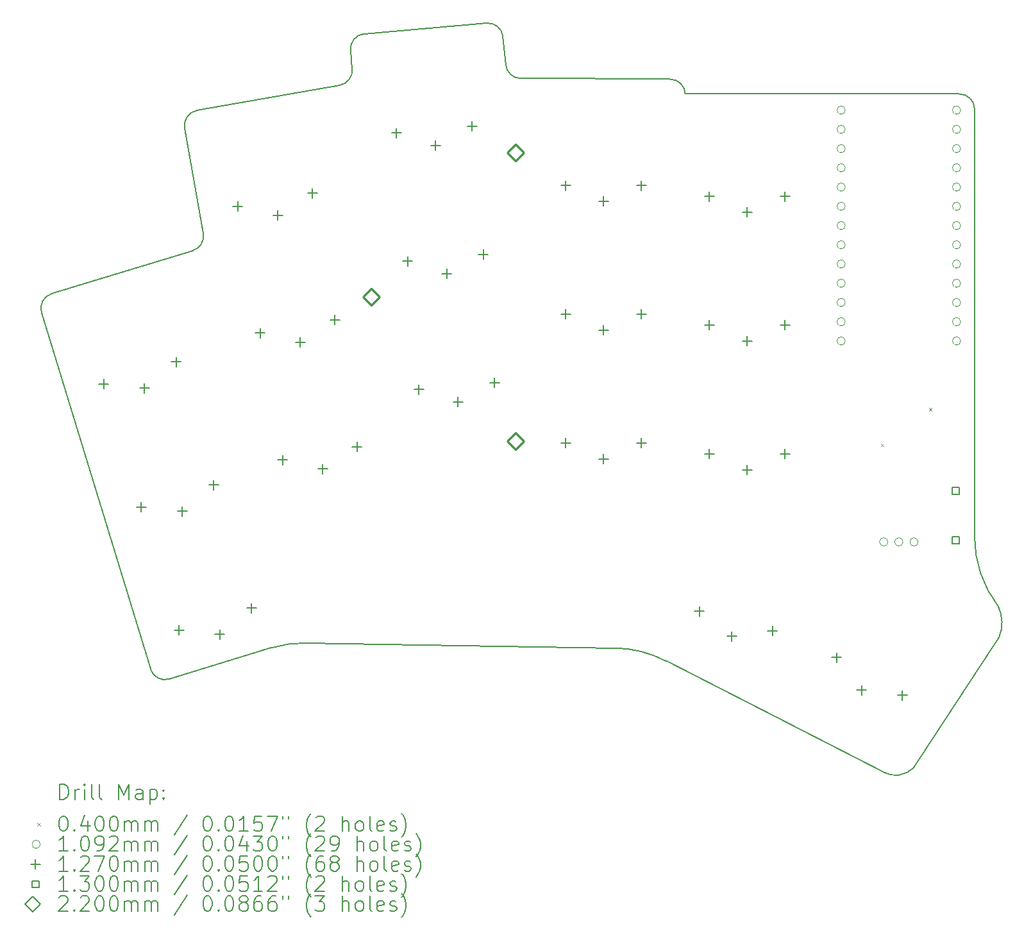
<source format=gbr>
%FSLAX45Y45*%
G04 Gerber Fmt 4.5, Leading zero omitted, Abs format (unit mm)*
G04 Created by KiCad (PCBNEW (6.0.4-0)) date 2022-04-27 13:57:21*
%MOMM*%
%LPD*%
G01*
G04 APERTURE LIST*
%TA.AperFunction,Profile*%
%ADD10C,0.150000*%
%TD*%
%ADD11C,0.200000*%
%ADD12C,0.040000*%
%ADD13C,0.109220*%
%ADD14C,0.127000*%
%ADD15C,0.130000*%
%ADD16C,0.220000*%
G04 APERTURE END LIST*
D10*
X10251727Y11883106D02*
G75*
G03*
X10450959Y11700537I199233J17424D01*
G01*
X8058800Y11611548D02*
G75*
G03*
X8223309Y11825945I-34731J196962D01*
G01*
X16763999Y4318001D02*
G75*
G03*
X16752859Y4733046I-472509J194990D01*
G01*
X16441111Y5648503D02*
G75*
G03*
X16752859Y4733046I1499999J-3D01*
G01*
X6012082Y11047576D02*
X6257677Y9654738D01*
X11692239Y4180264D02*
X7614896Y4246738D01*
X8383412Y12290698D02*
X9997248Y12431891D01*
X5559296Y3903629D02*
G75*
G03*
X5809038Y3770844I191264J58481D01*
G01*
X5809038Y3770844D02*
X7151887Y4181395D01*
X12620653Y11496648D02*
X14451046Y11496648D01*
X16241109Y11496648D02*
X14451046Y11496648D01*
X10450959Y11700537D02*
X12420716Y11691648D01*
X7614896Y4246737D02*
G75*
G03*
X7151887Y4181395I-24457J-1499797D01*
G01*
X4120834Y8608651D02*
X5559303Y3903631D01*
X10213921Y12250083D02*
G75*
G03*
X9997248Y12431891I-199241J-17433D01*
G01*
X6174314Y11279267D02*
G75*
G03*
X6012083Y11047576I34730J-196961D01*
G01*
X15635421Y2598579D02*
X16764000Y4318000D01*
X12374670Y4003461D02*
G75*
G03*
X11692239Y4180264I-706880J-1323001D01*
G01*
X15240000Y2540000D02*
X12374669Y4003459D01*
X12620656Y11496648D02*
G75*
G03*
X12420716Y11691648I-199936J-4998D01*
G01*
X15239997Y2539995D02*
G75*
G03*
X15635421Y2598579I158233J295765D01*
G01*
X4253621Y8858386D02*
G75*
G03*
X4120834Y8608650I58475J-191261D01*
G01*
X10213918Y12250083D02*
X10251720Y11883106D01*
X6174314Y11279267D02*
X8058800Y11611553D01*
X6119189Y9428752D02*
G75*
G03*
X6257677Y9654738I-58469J191258D01*
G01*
X8383413Y12290696D02*
G75*
G03*
X8201605Y12074028I17427J-199236D01*
G01*
X4253621Y8858386D02*
X6119190Y9428748D01*
X8223309Y11825945D02*
X8201605Y12074028D01*
X16441108Y11296648D02*
G75*
G03*
X16241109Y11496648I-199998J2D01*
G01*
X16441109Y5648503D02*
X16441109Y11296648D01*
D11*
D12*
X15202220Y6880540D02*
X15242220Y6840540D01*
X15242220Y6880540D02*
X15202220Y6840540D01*
X15837220Y7350440D02*
X15877220Y7310440D01*
X15877220Y7350440D02*
X15837220Y7310440D01*
D13*
X14733719Y11282648D02*
G75*
G03*
X14733719Y11282648I-54610J0D01*
G01*
X14733719Y11028648D02*
G75*
G03*
X14733719Y11028648I-54610J0D01*
G01*
X14733719Y10774648D02*
G75*
G03*
X14733719Y10774648I-54610J0D01*
G01*
X14733719Y10520648D02*
G75*
G03*
X14733719Y10520648I-54610J0D01*
G01*
X14733719Y10266648D02*
G75*
G03*
X14733719Y10266648I-54610J0D01*
G01*
X14733719Y10012648D02*
G75*
G03*
X14733719Y10012648I-54610J0D01*
G01*
X14733719Y9758648D02*
G75*
G03*
X14733719Y9758648I-54610J0D01*
G01*
X14733719Y9504648D02*
G75*
G03*
X14733719Y9504648I-54610J0D01*
G01*
X14733719Y9250648D02*
G75*
G03*
X14733719Y9250648I-54610J0D01*
G01*
X14733719Y8996648D02*
G75*
G03*
X14733719Y8996648I-54610J0D01*
G01*
X14733719Y8742648D02*
G75*
G03*
X14733719Y8742648I-54610J0D01*
G01*
X14733719Y8488648D02*
G75*
G03*
X14733719Y8488648I-54610J0D01*
G01*
X14733719Y8234648D02*
G75*
G03*
X14733719Y8234648I-54610J0D01*
G01*
X15295719Y5581648D02*
G75*
G03*
X15295719Y5581648I-54610J0D01*
G01*
X15495719Y5581648D02*
G75*
G03*
X15495719Y5581648I-54610J0D01*
G01*
X15695719Y5581648D02*
G75*
G03*
X15695719Y5581648I-54610J0D01*
G01*
X16257719Y11282648D02*
G75*
G03*
X16257719Y11282648I-54610J0D01*
G01*
X16257719Y11028648D02*
G75*
G03*
X16257719Y11028648I-54610J0D01*
G01*
X16257719Y10774648D02*
G75*
G03*
X16257719Y10774648I-54610J0D01*
G01*
X16257719Y10520648D02*
G75*
G03*
X16257719Y10520648I-54610J0D01*
G01*
X16257719Y10266648D02*
G75*
G03*
X16257719Y10266648I-54610J0D01*
G01*
X16257719Y10012648D02*
G75*
G03*
X16257719Y10012648I-54610J0D01*
G01*
X16257719Y9758648D02*
G75*
G03*
X16257719Y9758648I-54610J0D01*
G01*
X16257719Y9504648D02*
G75*
G03*
X16257719Y9504648I-54610J0D01*
G01*
X16257719Y9250648D02*
G75*
G03*
X16257719Y9250648I-54610J0D01*
G01*
X16257719Y8996648D02*
G75*
G03*
X16257719Y8996648I-54610J0D01*
G01*
X16257719Y8742648D02*
G75*
G03*
X16257719Y8742648I-54610J0D01*
G01*
X16257719Y8488648D02*
G75*
G03*
X16257719Y8488648I-54610J0D01*
G01*
X16257719Y8234648D02*
G75*
G03*
X16257719Y8234648I-54610J0D01*
G01*
D14*
X4941853Y7731073D02*
X4941853Y7604073D01*
X4878353Y7667573D02*
X5005353Y7667573D01*
X5438885Y6105354D02*
X5438885Y5978354D01*
X5375385Y6041854D02*
X5502385Y6041854D01*
X5481404Y7676434D02*
X5481404Y7549434D01*
X5417904Y7612934D02*
X5544904Y7612934D01*
X5481404Y7676434D02*
X5481404Y7549434D01*
X5417904Y7612934D02*
X5544904Y7612934D01*
X5898158Y8023444D02*
X5898158Y7896444D01*
X5834658Y7959944D02*
X5961658Y7959944D01*
X5935917Y4479636D02*
X5935917Y4352636D01*
X5872417Y4416136D02*
X5999417Y4416136D01*
X5978435Y6050716D02*
X5978435Y5923716D01*
X5914935Y5987216D02*
X6041935Y5987216D01*
X5978435Y6050716D02*
X5978435Y5923716D01*
X5914935Y5987216D02*
X6041935Y5987216D01*
X6395190Y6397726D02*
X6395190Y6270726D01*
X6331690Y6334226D02*
X6458690Y6334226D01*
X6475467Y4424998D02*
X6475467Y4297998D01*
X6411967Y4361498D02*
X6538967Y4361498D01*
X6475467Y4424998D02*
X6475467Y4297998D01*
X6411967Y4361498D02*
X6538967Y4361498D01*
X6712293Y10076956D02*
X6712293Y9949956D01*
X6648793Y10013456D02*
X6775793Y10013456D01*
X6892222Y4772008D02*
X6892222Y4645008D01*
X6828722Y4708508D02*
X6955722Y4708508D01*
X7007495Y8402783D02*
X7007495Y8275782D01*
X6943995Y8339282D02*
X7070995Y8339282D01*
X7241163Y9956970D02*
X7241163Y9829970D01*
X7177663Y9893470D02*
X7304663Y9893470D01*
X7241163Y9956970D02*
X7241163Y9829970D01*
X7177663Y9893470D02*
X7304663Y9893470D01*
X7302697Y6728609D02*
X7302697Y6601609D01*
X7239197Y6665109D02*
X7366197Y6665109D01*
X7536365Y8282797D02*
X7536365Y8155797D01*
X7472865Y8219297D02*
X7599865Y8219297D01*
X7536365Y8282797D02*
X7536365Y8155797D01*
X7472865Y8219297D02*
X7599865Y8219297D01*
X7697101Y10250604D02*
X7697101Y10123604D01*
X7633601Y10187104D02*
X7760601Y10187104D01*
X7831567Y6608624D02*
X7831567Y6481624D01*
X7768067Y6545124D02*
X7895067Y6545124D01*
X7831567Y6608624D02*
X7831567Y6481624D01*
X7768067Y6545124D02*
X7895067Y6545124D01*
X7992303Y8576431D02*
X7992303Y8449431D01*
X7928803Y8512931D02*
X8055803Y8512931D01*
X8287505Y6902257D02*
X8287505Y6775257D01*
X8224005Y6838757D02*
X8351005Y6838757D01*
X8809021Y11046316D02*
X8809021Y10919316D01*
X8745521Y10982816D02*
X8872521Y10982816D01*
X8957186Y9352785D02*
X8957186Y9225785D01*
X8893686Y9289285D02*
X9020686Y9289285D01*
X9105351Y7659254D02*
X9105351Y7532254D01*
X9041851Y7595754D02*
X9168851Y7595754D01*
X9325422Y10880693D02*
X9325422Y10753693D01*
X9261922Y10817193D02*
X9388922Y10817193D01*
X9325422Y10880693D02*
X9325422Y10753693D01*
X9261922Y10817193D02*
X9388922Y10817193D01*
X9473586Y9187162D02*
X9473586Y9060162D01*
X9410086Y9123662D02*
X9537086Y9123662D01*
X9473586Y9187162D02*
X9473586Y9060162D01*
X9410086Y9123662D02*
X9537086Y9123662D01*
X9621751Y7493631D02*
X9621751Y7366631D01*
X9558251Y7430131D02*
X9685251Y7430131D01*
X9621751Y7493631D02*
X9621751Y7366631D01*
X9558251Y7430131D02*
X9685251Y7430131D01*
X9805216Y11133472D02*
X9805216Y11006472D01*
X9741716Y11069972D02*
X9868716Y11069972D01*
X9953381Y9439941D02*
X9953381Y9312941D01*
X9889881Y9376441D02*
X10016881Y9376441D01*
X10101546Y7746410D02*
X10101546Y7619410D01*
X10038046Y7682910D02*
X10165046Y7682910D01*
X11041109Y10352102D02*
X11041109Y10225102D01*
X10977609Y10288602D02*
X11104609Y10288602D01*
X11041109Y8652102D02*
X11041109Y8525102D01*
X10977609Y8588602D02*
X11104609Y8588602D01*
X11041109Y6952102D02*
X11041109Y6825102D01*
X10977609Y6888602D02*
X11104609Y6888602D01*
X11541109Y10142102D02*
X11541109Y10015102D01*
X11477609Y10078602D02*
X11604609Y10078602D01*
X11541109Y10142102D02*
X11541109Y10015102D01*
X11477609Y10078602D02*
X11604609Y10078602D01*
X11541109Y8442102D02*
X11541109Y8315102D01*
X11477609Y8378602D02*
X11604609Y8378602D01*
X11541109Y8442102D02*
X11541109Y8315102D01*
X11477609Y8378602D02*
X11604609Y8378602D01*
X11541109Y6742102D02*
X11541109Y6615102D01*
X11477609Y6678602D02*
X11604609Y6678602D01*
X11541109Y6742102D02*
X11541109Y6615102D01*
X11477609Y6678602D02*
X11604609Y6678602D01*
X12041109Y10352102D02*
X12041109Y10225102D01*
X11977609Y10288602D02*
X12104609Y10288602D01*
X12041109Y8652102D02*
X12041109Y8525102D01*
X11977609Y8588602D02*
X12104609Y8588602D01*
X12041109Y6952102D02*
X12041109Y6825102D01*
X11977609Y6888602D02*
X12104609Y6888602D01*
X12807790Y4729732D02*
X12807790Y4602732D01*
X12744290Y4666232D02*
X12871290Y4666232D01*
X12937776Y10208129D02*
X12937776Y10081129D01*
X12874276Y10144629D02*
X13001276Y10144629D01*
X12937776Y8508129D02*
X12937776Y8381129D01*
X12874276Y8444629D02*
X13001276Y8444629D01*
X12937776Y6808129D02*
X12937776Y6681129D01*
X12874276Y6744629D02*
X13001276Y6744629D01*
X13236401Y4397478D02*
X13236401Y4270478D01*
X13172901Y4333978D02*
X13299901Y4333978D01*
X13236401Y4397478D02*
X13236401Y4270478D01*
X13172901Y4333978D02*
X13299901Y4333978D01*
X13437776Y9998129D02*
X13437776Y9871129D01*
X13374276Y9934629D02*
X13501276Y9934629D01*
X13437776Y9998129D02*
X13437776Y9871129D01*
X13374276Y9934629D02*
X13501276Y9934629D01*
X13437776Y8298129D02*
X13437776Y8171129D01*
X13374276Y8234629D02*
X13501276Y8234629D01*
X13437776Y8298129D02*
X13437776Y8171129D01*
X13374276Y8234629D02*
X13501276Y8234629D01*
X13437776Y6598129D02*
X13437776Y6471129D01*
X13374276Y6534629D02*
X13501276Y6534629D01*
X13437776Y6598129D02*
X13437776Y6471129D01*
X13374276Y6534629D02*
X13501276Y6534629D01*
X13773716Y4470913D02*
X13773716Y4343913D01*
X13710216Y4407413D02*
X13837216Y4407413D01*
X13937776Y10208129D02*
X13937776Y10081129D01*
X13874276Y10144629D02*
X14001276Y10144629D01*
X13937776Y8508129D02*
X13937776Y8381129D01*
X13874276Y8444629D02*
X14001276Y8444629D01*
X13937776Y6808129D02*
X13937776Y6681129D01*
X13874276Y6744629D02*
X14001276Y6744629D01*
X14619852Y4120432D02*
X14619852Y3993432D01*
X14556352Y4056932D02*
X14683352Y4056932D01*
X14947864Y3688566D02*
X14947864Y3561566D01*
X14884364Y3625066D02*
X15011364Y3625066D01*
X14947864Y3688566D02*
X14947864Y3561566D01*
X14884364Y3625066D02*
X15011364Y3625066D01*
X15485877Y3620432D02*
X15485877Y3493432D01*
X15422377Y3556932D02*
X15549377Y3556932D01*
D15*
X16237071Y6210686D02*
X16237071Y6302611D01*
X16145146Y6302611D01*
X16145146Y6210686D01*
X16237071Y6210686D01*
X16237071Y5560686D02*
X16237071Y5652611D01*
X16145146Y5652611D01*
X16145146Y5560686D01*
X16237071Y5560686D01*
D16*
X8474722Y8704143D02*
X8584722Y8814143D01*
X8474722Y8924143D01*
X8364722Y8814143D01*
X8474722Y8704143D01*
X10379722Y10609143D02*
X10489722Y10719143D01*
X10379722Y10829143D01*
X10269722Y10719143D01*
X10379722Y10609143D01*
X10379722Y6799143D02*
X10489722Y6909143D01*
X10379722Y7019143D01*
X10269722Y6909143D01*
X10379722Y6799143D01*
D11*
X4362214Y2182352D02*
X4362214Y2382352D01*
X4409833Y2382352D01*
X4438405Y2372828D01*
X4457452Y2353780D01*
X4466976Y2334733D01*
X4476500Y2296637D01*
X4476500Y2268066D01*
X4466976Y2229971D01*
X4457452Y2210923D01*
X4438405Y2191875D01*
X4409833Y2182352D01*
X4362214Y2182352D01*
X4562214Y2182352D02*
X4562214Y2315685D01*
X4562214Y2277590D02*
X4571738Y2296637D01*
X4581262Y2306161D01*
X4600309Y2315685D01*
X4619357Y2315685D01*
X4686024Y2182352D02*
X4686024Y2315685D01*
X4686024Y2382352D02*
X4676500Y2372828D01*
X4686024Y2363304D01*
X4695547Y2372828D01*
X4686024Y2382352D01*
X4686024Y2363304D01*
X4809833Y2182352D02*
X4790785Y2191875D01*
X4781262Y2210923D01*
X4781262Y2382352D01*
X4914595Y2182352D02*
X4895547Y2191875D01*
X4886024Y2210923D01*
X4886024Y2382352D01*
X5143166Y2182352D02*
X5143166Y2382352D01*
X5209833Y2239494D01*
X5276500Y2382352D01*
X5276500Y2182352D01*
X5457452Y2182352D02*
X5457452Y2287114D01*
X5447928Y2306161D01*
X5428881Y2315685D01*
X5390785Y2315685D01*
X5371738Y2306161D01*
X5457452Y2191875D02*
X5438405Y2182352D01*
X5390785Y2182352D01*
X5371738Y2191875D01*
X5362214Y2210923D01*
X5362214Y2229971D01*
X5371738Y2249018D01*
X5390785Y2258542D01*
X5438405Y2258542D01*
X5457452Y2268066D01*
X5552690Y2315685D02*
X5552690Y2115685D01*
X5552690Y2306161D02*
X5571738Y2315685D01*
X5609833Y2315685D01*
X5628881Y2306161D01*
X5638404Y2296637D01*
X5647928Y2277590D01*
X5647928Y2220447D01*
X5638404Y2201399D01*
X5628881Y2191875D01*
X5609833Y2182352D01*
X5571738Y2182352D01*
X5552690Y2191875D01*
X5733643Y2201399D02*
X5743166Y2191875D01*
X5733643Y2182352D01*
X5724119Y2191875D01*
X5733643Y2201399D01*
X5733643Y2182352D01*
X5733643Y2306161D02*
X5743166Y2296637D01*
X5733643Y2287114D01*
X5724119Y2296637D01*
X5733643Y2306161D01*
X5733643Y2287114D01*
D12*
X4064595Y1872828D02*
X4104595Y1832828D01*
X4104595Y1872828D02*
X4064595Y1832828D01*
D11*
X4400309Y1962352D02*
X4419357Y1962352D01*
X4438405Y1952828D01*
X4447928Y1943304D01*
X4457452Y1924256D01*
X4466976Y1886161D01*
X4466976Y1838542D01*
X4457452Y1800447D01*
X4447928Y1781399D01*
X4438405Y1771875D01*
X4419357Y1762352D01*
X4400309Y1762352D01*
X4381262Y1771875D01*
X4371738Y1781399D01*
X4362214Y1800447D01*
X4352690Y1838542D01*
X4352690Y1886161D01*
X4362214Y1924256D01*
X4371738Y1943304D01*
X4381262Y1952828D01*
X4400309Y1962352D01*
X4552690Y1781399D02*
X4562214Y1771875D01*
X4552690Y1762352D01*
X4543166Y1771875D01*
X4552690Y1781399D01*
X4552690Y1762352D01*
X4733643Y1895685D02*
X4733643Y1762352D01*
X4686024Y1971875D02*
X4638405Y1829018D01*
X4762214Y1829018D01*
X4876500Y1962352D02*
X4895547Y1962352D01*
X4914595Y1952828D01*
X4924119Y1943304D01*
X4933643Y1924256D01*
X4943166Y1886161D01*
X4943166Y1838542D01*
X4933643Y1800447D01*
X4924119Y1781399D01*
X4914595Y1771875D01*
X4895547Y1762352D01*
X4876500Y1762352D01*
X4857452Y1771875D01*
X4847928Y1781399D01*
X4838405Y1800447D01*
X4828881Y1838542D01*
X4828881Y1886161D01*
X4838405Y1924256D01*
X4847928Y1943304D01*
X4857452Y1952828D01*
X4876500Y1962352D01*
X5066976Y1962352D02*
X5086024Y1962352D01*
X5105071Y1952828D01*
X5114595Y1943304D01*
X5124119Y1924256D01*
X5133643Y1886161D01*
X5133643Y1838542D01*
X5124119Y1800447D01*
X5114595Y1781399D01*
X5105071Y1771875D01*
X5086024Y1762352D01*
X5066976Y1762352D01*
X5047928Y1771875D01*
X5038405Y1781399D01*
X5028881Y1800447D01*
X5019357Y1838542D01*
X5019357Y1886161D01*
X5028881Y1924256D01*
X5038405Y1943304D01*
X5047928Y1952828D01*
X5066976Y1962352D01*
X5219357Y1762352D02*
X5219357Y1895685D01*
X5219357Y1876637D02*
X5228881Y1886161D01*
X5247928Y1895685D01*
X5276500Y1895685D01*
X5295547Y1886161D01*
X5305071Y1867113D01*
X5305071Y1762352D01*
X5305071Y1867113D02*
X5314595Y1886161D01*
X5333643Y1895685D01*
X5362214Y1895685D01*
X5381262Y1886161D01*
X5390785Y1867113D01*
X5390785Y1762352D01*
X5486024Y1762352D02*
X5486024Y1895685D01*
X5486024Y1876637D02*
X5495547Y1886161D01*
X5514595Y1895685D01*
X5543166Y1895685D01*
X5562214Y1886161D01*
X5571738Y1867113D01*
X5571738Y1762352D01*
X5571738Y1867113D02*
X5581262Y1886161D01*
X5600309Y1895685D01*
X5628881Y1895685D01*
X5647928Y1886161D01*
X5657452Y1867113D01*
X5657452Y1762352D01*
X6047928Y1971875D02*
X5876500Y1714732D01*
X6305071Y1962352D02*
X6324119Y1962352D01*
X6343166Y1952828D01*
X6352690Y1943304D01*
X6362214Y1924256D01*
X6371738Y1886161D01*
X6371738Y1838542D01*
X6362214Y1800447D01*
X6352690Y1781399D01*
X6343166Y1771875D01*
X6324119Y1762352D01*
X6305071Y1762352D01*
X6286023Y1771875D01*
X6276500Y1781399D01*
X6266976Y1800447D01*
X6257452Y1838542D01*
X6257452Y1886161D01*
X6266976Y1924256D01*
X6276500Y1943304D01*
X6286023Y1952828D01*
X6305071Y1962352D01*
X6457452Y1781399D02*
X6466976Y1771875D01*
X6457452Y1762352D01*
X6447928Y1771875D01*
X6457452Y1781399D01*
X6457452Y1762352D01*
X6590785Y1962352D02*
X6609833Y1962352D01*
X6628881Y1952828D01*
X6638404Y1943304D01*
X6647928Y1924256D01*
X6657452Y1886161D01*
X6657452Y1838542D01*
X6647928Y1800447D01*
X6638404Y1781399D01*
X6628881Y1771875D01*
X6609833Y1762352D01*
X6590785Y1762352D01*
X6571738Y1771875D01*
X6562214Y1781399D01*
X6552690Y1800447D01*
X6543166Y1838542D01*
X6543166Y1886161D01*
X6552690Y1924256D01*
X6562214Y1943304D01*
X6571738Y1952828D01*
X6590785Y1962352D01*
X6847928Y1762352D02*
X6733643Y1762352D01*
X6790785Y1762352D02*
X6790785Y1962352D01*
X6771738Y1933780D01*
X6752690Y1914732D01*
X6733643Y1905209D01*
X7028881Y1962352D02*
X6933643Y1962352D01*
X6924119Y1867113D01*
X6933643Y1876637D01*
X6952690Y1886161D01*
X7000309Y1886161D01*
X7019357Y1876637D01*
X7028881Y1867113D01*
X7038404Y1848066D01*
X7038404Y1800447D01*
X7028881Y1781399D01*
X7019357Y1771875D01*
X7000309Y1762352D01*
X6952690Y1762352D01*
X6933643Y1771875D01*
X6924119Y1781399D01*
X7105071Y1962352D02*
X7238404Y1962352D01*
X7152690Y1762352D01*
X7305071Y1962352D02*
X7305071Y1924256D01*
X7381262Y1962352D02*
X7381262Y1924256D01*
X7676500Y1686161D02*
X7666976Y1695685D01*
X7647928Y1724256D01*
X7638404Y1743304D01*
X7628881Y1771875D01*
X7619357Y1819494D01*
X7619357Y1857590D01*
X7628881Y1905209D01*
X7638404Y1933780D01*
X7647928Y1952828D01*
X7666976Y1981399D01*
X7676500Y1990923D01*
X7743166Y1943304D02*
X7752690Y1952828D01*
X7771738Y1962352D01*
X7819357Y1962352D01*
X7838404Y1952828D01*
X7847928Y1943304D01*
X7857452Y1924256D01*
X7857452Y1905209D01*
X7847928Y1876637D01*
X7733643Y1762352D01*
X7857452Y1762352D01*
X8095547Y1762352D02*
X8095547Y1962352D01*
X8181262Y1762352D02*
X8181262Y1867113D01*
X8171738Y1886161D01*
X8152690Y1895685D01*
X8124119Y1895685D01*
X8105071Y1886161D01*
X8095547Y1876637D01*
X8305071Y1762352D02*
X8286023Y1771875D01*
X8276500Y1781399D01*
X8266976Y1800447D01*
X8266976Y1857590D01*
X8276500Y1876637D01*
X8286023Y1886161D01*
X8305071Y1895685D01*
X8333643Y1895685D01*
X8352690Y1886161D01*
X8362214Y1876637D01*
X8371738Y1857590D01*
X8371738Y1800447D01*
X8362214Y1781399D01*
X8352690Y1771875D01*
X8333643Y1762352D01*
X8305071Y1762352D01*
X8486024Y1762352D02*
X8466976Y1771875D01*
X8457452Y1790923D01*
X8457452Y1962352D01*
X8638405Y1771875D02*
X8619357Y1762352D01*
X8581262Y1762352D01*
X8562214Y1771875D01*
X8552690Y1790923D01*
X8552690Y1867113D01*
X8562214Y1886161D01*
X8581262Y1895685D01*
X8619357Y1895685D01*
X8638405Y1886161D01*
X8647928Y1867113D01*
X8647928Y1848066D01*
X8552690Y1829018D01*
X8724119Y1771875D02*
X8743166Y1762352D01*
X8781262Y1762352D01*
X8800309Y1771875D01*
X8809833Y1790923D01*
X8809833Y1800447D01*
X8800309Y1819494D01*
X8781262Y1829018D01*
X8752690Y1829018D01*
X8733643Y1838542D01*
X8724119Y1857590D01*
X8724119Y1867113D01*
X8733643Y1886161D01*
X8752690Y1895685D01*
X8781262Y1895685D01*
X8800309Y1886161D01*
X8876500Y1686161D02*
X8886024Y1695685D01*
X8905071Y1724256D01*
X8914595Y1743304D01*
X8924119Y1771875D01*
X8933643Y1819494D01*
X8933643Y1857590D01*
X8924119Y1905209D01*
X8914595Y1933780D01*
X8905071Y1952828D01*
X8886024Y1981399D01*
X8876500Y1990923D01*
D13*
X4104595Y1588828D02*
G75*
G03*
X4104595Y1588828I-54610J0D01*
G01*
D11*
X4466976Y1498352D02*
X4352690Y1498352D01*
X4409833Y1498352D02*
X4409833Y1698352D01*
X4390785Y1669780D01*
X4371738Y1650732D01*
X4352690Y1641209D01*
X4552690Y1517399D02*
X4562214Y1507875D01*
X4552690Y1498352D01*
X4543166Y1507875D01*
X4552690Y1517399D01*
X4552690Y1498352D01*
X4686024Y1698352D02*
X4705071Y1698352D01*
X4724119Y1688828D01*
X4733643Y1679304D01*
X4743166Y1660256D01*
X4752690Y1622161D01*
X4752690Y1574542D01*
X4743166Y1536447D01*
X4733643Y1517399D01*
X4724119Y1507875D01*
X4705071Y1498352D01*
X4686024Y1498352D01*
X4666976Y1507875D01*
X4657452Y1517399D01*
X4647928Y1536447D01*
X4638405Y1574542D01*
X4638405Y1622161D01*
X4647928Y1660256D01*
X4657452Y1679304D01*
X4666976Y1688828D01*
X4686024Y1698352D01*
X4847928Y1498352D02*
X4886024Y1498352D01*
X4905071Y1507875D01*
X4914595Y1517399D01*
X4933643Y1545971D01*
X4943166Y1584066D01*
X4943166Y1660256D01*
X4933643Y1679304D01*
X4924119Y1688828D01*
X4905071Y1698352D01*
X4866976Y1698352D01*
X4847928Y1688828D01*
X4838405Y1679304D01*
X4828881Y1660256D01*
X4828881Y1612637D01*
X4838405Y1593590D01*
X4847928Y1584066D01*
X4866976Y1574542D01*
X4905071Y1574542D01*
X4924119Y1584066D01*
X4933643Y1593590D01*
X4943166Y1612637D01*
X5019357Y1679304D02*
X5028881Y1688828D01*
X5047928Y1698352D01*
X5095547Y1698352D01*
X5114595Y1688828D01*
X5124119Y1679304D01*
X5133643Y1660256D01*
X5133643Y1641209D01*
X5124119Y1612637D01*
X5009833Y1498352D01*
X5133643Y1498352D01*
X5219357Y1498352D02*
X5219357Y1631685D01*
X5219357Y1612637D02*
X5228881Y1622161D01*
X5247928Y1631685D01*
X5276500Y1631685D01*
X5295547Y1622161D01*
X5305071Y1603113D01*
X5305071Y1498352D01*
X5305071Y1603113D02*
X5314595Y1622161D01*
X5333643Y1631685D01*
X5362214Y1631685D01*
X5381262Y1622161D01*
X5390785Y1603113D01*
X5390785Y1498352D01*
X5486024Y1498352D02*
X5486024Y1631685D01*
X5486024Y1612637D02*
X5495547Y1622161D01*
X5514595Y1631685D01*
X5543166Y1631685D01*
X5562214Y1622161D01*
X5571738Y1603113D01*
X5571738Y1498352D01*
X5571738Y1603113D02*
X5581262Y1622161D01*
X5600309Y1631685D01*
X5628881Y1631685D01*
X5647928Y1622161D01*
X5657452Y1603113D01*
X5657452Y1498352D01*
X6047928Y1707875D02*
X5876500Y1450732D01*
X6305071Y1698352D02*
X6324119Y1698352D01*
X6343166Y1688828D01*
X6352690Y1679304D01*
X6362214Y1660256D01*
X6371738Y1622161D01*
X6371738Y1574542D01*
X6362214Y1536447D01*
X6352690Y1517399D01*
X6343166Y1507875D01*
X6324119Y1498352D01*
X6305071Y1498352D01*
X6286023Y1507875D01*
X6276500Y1517399D01*
X6266976Y1536447D01*
X6257452Y1574542D01*
X6257452Y1622161D01*
X6266976Y1660256D01*
X6276500Y1679304D01*
X6286023Y1688828D01*
X6305071Y1698352D01*
X6457452Y1517399D02*
X6466976Y1507875D01*
X6457452Y1498352D01*
X6447928Y1507875D01*
X6457452Y1517399D01*
X6457452Y1498352D01*
X6590785Y1698352D02*
X6609833Y1698352D01*
X6628881Y1688828D01*
X6638404Y1679304D01*
X6647928Y1660256D01*
X6657452Y1622161D01*
X6657452Y1574542D01*
X6647928Y1536447D01*
X6638404Y1517399D01*
X6628881Y1507875D01*
X6609833Y1498352D01*
X6590785Y1498352D01*
X6571738Y1507875D01*
X6562214Y1517399D01*
X6552690Y1536447D01*
X6543166Y1574542D01*
X6543166Y1622161D01*
X6552690Y1660256D01*
X6562214Y1679304D01*
X6571738Y1688828D01*
X6590785Y1698352D01*
X6828881Y1631685D02*
X6828881Y1498352D01*
X6781262Y1707875D02*
X6733643Y1565018D01*
X6857452Y1565018D01*
X6914595Y1698352D02*
X7038404Y1698352D01*
X6971738Y1622161D01*
X7000309Y1622161D01*
X7019357Y1612637D01*
X7028881Y1603113D01*
X7038404Y1584066D01*
X7038404Y1536447D01*
X7028881Y1517399D01*
X7019357Y1507875D01*
X7000309Y1498352D01*
X6943166Y1498352D01*
X6924119Y1507875D01*
X6914595Y1517399D01*
X7162214Y1698352D02*
X7181262Y1698352D01*
X7200309Y1688828D01*
X7209833Y1679304D01*
X7219357Y1660256D01*
X7228881Y1622161D01*
X7228881Y1574542D01*
X7219357Y1536447D01*
X7209833Y1517399D01*
X7200309Y1507875D01*
X7181262Y1498352D01*
X7162214Y1498352D01*
X7143166Y1507875D01*
X7133643Y1517399D01*
X7124119Y1536447D01*
X7114595Y1574542D01*
X7114595Y1622161D01*
X7124119Y1660256D01*
X7133643Y1679304D01*
X7143166Y1688828D01*
X7162214Y1698352D01*
X7305071Y1698352D02*
X7305071Y1660256D01*
X7381262Y1698352D02*
X7381262Y1660256D01*
X7676500Y1422161D02*
X7666976Y1431685D01*
X7647928Y1460256D01*
X7638404Y1479304D01*
X7628881Y1507875D01*
X7619357Y1555494D01*
X7619357Y1593590D01*
X7628881Y1641209D01*
X7638404Y1669780D01*
X7647928Y1688828D01*
X7666976Y1717399D01*
X7676500Y1726923D01*
X7743166Y1679304D02*
X7752690Y1688828D01*
X7771738Y1698352D01*
X7819357Y1698352D01*
X7838404Y1688828D01*
X7847928Y1679304D01*
X7857452Y1660256D01*
X7857452Y1641209D01*
X7847928Y1612637D01*
X7733643Y1498352D01*
X7857452Y1498352D01*
X7952690Y1498352D02*
X7990785Y1498352D01*
X8009833Y1507875D01*
X8019357Y1517399D01*
X8038404Y1545971D01*
X8047928Y1584066D01*
X8047928Y1660256D01*
X8038404Y1679304D01*
X8028881Y1688828D01*
X8009833Y1698352D01*
X7971738Y1698352D01*
X7952690Y1688828D01*
X7943166Y1679304D01*
X7933643Y1660256D01*
X7933643Y1612637D01*
X7943166Y1593590D01*
X7952690Y1584066D01*
X7971738Y1574542D01*
X8009833Y1574542D01*
X8028881Y1584066D01*
X8038404Y1593590D01*
X8047928Y1612637D01*
X8286023Y1498352D02*
X8286023Y1698352D01*
X8371738Y1498352D02*
X8371738Y1603113D01*
X8362214Y1622161D01*
X8343166Y1631685D01*
X8314595Y1631685D01*
X8295547Y1622161D01*
X8286023Y1612637D01*
X8495547Y1498352D02*
X8476500Y1507875D01*
X8466976Y1517399D01*
X8457452Y1536447D01*
X8457452Y1593590D01*
X8466976Y1612637D01*
X8476500Y1622161D01*
X8495547Y1631685D01*
X8524119Y1631685D01*
X8543166Y1622161D01*
X8552690Y1612637D01*
X8562214Y1593590D01*
X8562214Y1536447D01*
X8552690Y1517399D01*
X8543166Y1507875D01*
X8524119Y1498352D01*
X8495547Y1498352D01*
X8676500Y1498352D02*
X8657452Y1507875D01*
X8647928Y1526923D01*
X8647928Y1698352D01*
X8828881Y1507875D02*
X8809833Y1498352D01*
X8771738Y1498352D01*
X8752690Y1507875D01*
X8743166Y1526923D01*
X8743166Y1603113D01*
X8752690Y1622161D01*
X8771738Y1631685D01*
X8809833Y1631685D01*
X8828881Y1622161D01*
X8838405Y1603113D01*
X8838405Y1584066D01*
X8743166Y1565018D01*
X8914595Y1507875D02*
X8933643Y1498352D01*
X8971738Y1498352D01*
X8990785Y1507875D01*
X9000309Y1526923D01*
X9000309Y1536447D01*
X8990785Y1555494D01*
X8971738Y1565018D01*
X8943166Y1565018D01*
X8924119Y1574542D01*
X8914595Y1593590D01*
X8914595Y1603113D01*
X8924119Y1622161D01*
X8943166Y1631685D01*
X8971738Y1631685D01*
X8990785Y1622161D01*
X9066976Y1422161D02*
X9076500Y1431685D01*
X9095547Y1460256D01*
X9105071Y1479304D01*
X9114595Y1507875D01*
X9124119Y1555494D01*
X9124119Y1593590D01*
X9114595Y1641209D01*
X9105071Y1669780D01*
X9095547Y1688828D01*
X9076500Y1717399D01*
X9066976Y1726923D01*
D14*
X4041095Y1388328D02*
X4041095Y1261328D01*
X3977595Y1324828D02*
X4104595Y1324828D01*
D11*
X4466976Y1234352D02*
X4352690Y1234352D01*
X4409833Y1234352D02*
X4409833Y1434352D01*
X4390785Y1405780D01*
X4371738Y1386733D01*
X4352690Y1377209D01*
X4552690Y1253399D02*
X4562214Y1243875D01*
X4552690Y1234352D01*
X4543166Y1243875D01*
X4552690Y1253399D01*
X4552690Y1234352D01*
X4638405Y1415304D02*
X4647928Y1424828D01*
X4666976Y1434352D01*
X4714595Y1434352D01*
X4733643Y1424828D01*
X4743166Y1415304D01*
X4752690Y1396256D01*
X4752690Y1377209D01*
X4743166Y1348637D01*
X4628881Y1234352D01*
X4752690Y1234352D01*
X4819357Y1434352D02*
X4952690Y1434352D01*
X4866976Y1234352D01*
X5066976Y1434352D02*
X5086024Y1434352D01*
X5105071Y1424828D01*
X5114595Y1415304D01*
X5124119Y1396256D01*
X5133643Y1358161D01*
X5133643Y1310542D01*
X5124119Y1272447D01*
X5114595Y1253399D01*
X5105071Y1243875D01*
X5086024Y1234352D01*
X5066976Y1234352D01*
X5047928Y1243875D01*
X5038405Y1253399D01*
X5028881Y1272447D01*
X5019357Y1310542D01*
X5019357Y1358161D01*
X5028881Y1396256D01*
X5038405Y1415304D01*
X5047928Y1424828D01*
X5066976Y1434352D01*
X5219357Y1234352D02*
X5219357Y1367685D01*
X5219357Y1348637D02*
X5228881Y1358161D01*
X5247928Y1367685D01*
X5276500Y1367685D01*
X5295547Y1358161D01*
X5305071Y1339114D01*
X5305071Y1234352D01*
X5305071Y1339114D02*
X5314595Y1358161D01*
X5333643Y1367685D01*
X5362214Y1367685D01*
X5381262Y1358161D01*
X5390785Y1339114D01*
X5390785Y1234352D01*
X5486024Y1234352D02*
X5486024Y1367685D01*
X5486024Y1348637D02*
X5495547Y1358161D01*
X5514595Y1367685D01*
X5543166Y1367685D01*
X5562214Y1358161D01*
X5571738Y1339114D01*
X5571738Y1234352D01*
X5571738Y1339114D02*
X5581262Y1358161D01*
X5600309Y1367685D01*
X5628881Y1367685D01*
X5647928Y1358161D01*
X5657452Y1339114D01*
X5657452Y1234352D01*
X6047928Y1443875D02*
X5876500Y1186733D01*
X6305071Y1434352D02*
X6324119Y1434352D01*
X6343166Y1424828D01*
X6352690Y1415304D01*
X6362214Y1396256D01*
X6371738Y1358161D01*
X6371738Y1310542D01*
X6362214Y1272447D01*
X6352690Y1253399D01*
X6343166Y1243875D01*
X6324119Y1234352D01*
X6305071Y1234352D01*
X6286023Y1243875D01*
X6276500Y1253399D01*
X6266976Y1272447D01*
X6257452Y1310542D01*
X6257452Y1358161D01*
X6266976Y1396256D01*
X6276500Y1415304D01*
X6286023Y1424828D01*
X6305071Y1434352D01*
X6457452Y1253399D02*
X6466976Y1243875D01*
X6457452Y1234352D01*
X6447928Y1243875D01*
X6457452Y1253399D01*
X6457452Y1234352D01*
X6590785Y1434352D02*
X6609833Y1434352D01*
X6628881Y1424828D01*
X6638404Y1415304D01*
X6647928Y1396256D01*
X6657452Y1358161D01*
X6657452Y1310542D01*
X6647928Y1272447D01*
X6638404Y1253399D01*
X6628881Y1243875D01*
X6609833Y1234352D01*
X6590785Y1234352D01*
X6571738Y1243875D01*
X6562214Y1253399D01*
X6552690Y1272447D01*
X6543166Y1310542D01*
X6543166Y1358161D01*
X6552690Y1396256D01*
X6562214Y1415304D01*
X6571738Y1424828D01*
X6590785Y1434352D01*
X6838404Y1434352D02*
X6743166Y1434352D01*
X6733643Y1339114D01*
X6743166Y1348637D01*
X6762214Y1358161D01*
X6809833Y1358161D01*
X6828881Y1348637D01*
X6838404Y1339114D01*
X6847928Y1320066D01*
X6847928Y1272447D01*
X6838404Y1253399D01*
X6828881Y1243875D01*
X6809833Y1234352D01*
X6762214Y1234352D01*
X6743166Y1243875D01*
X6733643Y1253399D01*
X6971738Y1434352D02*
X6990785Y1434352D01*
X7009833Y1424828D01*
X7019357Y1415304D01*
X7028881Y1396256D01*
X7038404Y1358161D01*
X7038404Y1310542D01*
X7028881Y1272447D01*
X7019357Y1253399D01*
X7009833Y1243875D01*
X6990785Y1234352D01*
X6971738Y1234352D01*
X6952690Y1243875D01*
X6943166Y1253399D01*
X6933643Y1272447D01*
X6924119Y1310542D01*
X6924119Y1358161D01*
X6933643Y1396256D01*
X6943166Y1415304D01*
X6952690Y1424828D01*
X6971738Y1434352D01*
X7162214Y1434352D02*
X7181262Y1434352D01*
X7200309Y1424828D01*
X7209833Y1415304D01*
X7219357Y1396256D01*
X7228881Y1358161D01*
X7228881Y1310542D01*
X7219357Y1272447D01*
X7209833Y1253399D01*
X7200309Y1243875D01*
X7181262Y1234352D01*
X7162214Y1234352D01*
X7143166Y1243875D01*
X7133643Y1253399D01*
X7124119Y1272447D01*
X7114595Y1310542D01*
X7114595Y1358161D01*
X7124119Y1396256D01*
X7133643Y1415304D01*
X7143166Y1424828D01*
X7162214Y1434352D01*
X7305071Y1434352D02*
X7305071Y1396256D01*
X7381262Y1434352D02*
X7381262Y1396256D01*
X7676500Y1158161D02*
X7666976Y1167685D01*
X7647928Y1196256D01*
X7638404Y1215304D01*
X7628881Y1243875D01*
X7619357Y1291494D01*
X7619357Y1329590D01*
X7628881Y1377209D01*
X7638404Y1405780D01*
X7647928Y1424828D01*
X7666976Y1453399D01*
X7676500Y1462923D01*
X7838404Y1434352D02*
X7800309Y1434352D01*
X7781262Y1424828D01*
X7771738Y1415304D01*
X7752690Y1386733D01*
X7743166Y1348637D01*
X7743166Y1272447D01*
X7752690Y1253399D01*
X7762214Y1243875D01*
X7781262Y1234352D01*
X7819357Y1234352D01*
X7838404Y1243875D01*
X7847928Y1253399D01*
X7857452Y1272447D01*
X7857452Y1320066D01*
X7847928Y1339114D01*
X7838404Y1348637D01*
X7819357Y1358161D01*
X7781262Y1358161D01*
X7762214Y1348637D01*
X7752690Y1339114D01*
X7743166Y1320066D01*
X7971738Y1348637D02*
X7952690Y1358161D01*
X7943166Y1367685D01*
X7933643Y1386733D01*
X7933643Y1396256D01*
X7943166Y1415304D01*
X7952690Y1424828D01*
X7971738Y1434352D01*
X8009833Y1434352D01*
X8028881Y1424828D01*
X8038404Y1415304D01*
X8047928Y1396256D01*
X8047928Y1386733D01*
X8038404Y1367685D01*
X8028881Y1358161D01*
X8009833Y1348637D01*
X7971738Y1348637D01*
X7952690Y1339114D01*
X7943166Y1329590D01*
X7933643Y1310542D01*
X7933643Y1272447D01*
X7943166Y1253399D01*
X7952690Y1243875D01*
X7971738Y1234352D01*
X8009833Y1234352D01*
X8028881Y1243875D01*
X8038404Y1253399D01*
X8047928Y1272447D01*
X8047928Y1310542D01*
X8038404Y1329590D01*
X8028881Y1339114D01*
X8009833Y1348637D01*
X8286023Y1234352D02*
X8286023Y1434352D01*
X8371738Y1234352D02*
X8371738Y1339114D01*
X8362214Y1358161D01*
X8343166Y1367685D01*
X8314595Y1367685D01*
X8295547Y1358161D01*
X8286023Y1348637D01*
X8495547Y1234352D02*
X8476500Y1243875D01*
X8466976Y1253399D01*
X8457452Y1272447D01*
X8457452Y1329590D01*
X8466976Y1348637D01*
X8476500Y1358161D01*
X8495547Y1367685D01*
X8524119Y1367685D01*
X8543166Y1358161D01*
X8552690Y1348637D01*
X8562214Y1329590D01*
X8562214Y1272447D01*
X8552690Y1253399D01*
X8543166Y1243875D01*
X8524119Y1234352D01*
X8495547Y1234352D01*
X8676500Y1234352D02*
X8657452Y1243875D01*
X8647928Y1262923D01*
X8647928Y1434352D01*
X8828881Y1243875D02*
X8809833Y1234352D01*
X8771738Y1234352D01*
X8752690Y1243875D01*
X8743166Y1262923D01*
X8743166Y1339114D01*
X8752690Y1358161D01*
X8771738Y1367685D01*
X8809833Y1367685D01*
X8828881Y1358161D01*
X8838405Y1339114D01*
X8838405Y1320066D01*
X8743166Y1301018D01*
X8914595Y1243875D02*
X8933643Y1234352D01*
X8971738Y1234352D01*
X8990785Y1243875D01*
X9000309Y1262923D01*
X9000309Y1272447D01*
X8990785Y1291494D01*
X8971738Y1301018D01*
X8943166Y1301018D01*
X8924119Y1310542D01*
X8914595Y1329590D01*
X8914595Y1339114D01*
X8924119Y1358161D01*
X8943166Y1367685D01*
X8971738Y1367685D01*
X8990785Y1358161D01*
X9066976Y1158161D02*
X9076500Y1167685D01*
X9095547Y1196256D01*
X9105071Y1215304D01*
X9114595Y1243875D01*
X9124119Y1291494D01*
X9124119Y1329590D01*
X9114595Y1377209D01*
X9105071Y1405780D01*
X9095547Y1424828D01*
X9076500Y1453399D01*
X9066976Y1462923D01*
D15*
X4085557Y1014865D02*
X4085557Y1106790D01*
X3993633Y1106790D01*
X3993633Y1014865D01*
X4085557Y1014865D01*
D11*
X4466976Y970352D02*
X4352690Y970352D01*
X4409833Y970352D02*
X4409833Y1170352D01*
X4390785Y1141780D01*
X4371738Y1122733D01*
X4352690Y1113209D01*
X4552690Y989399D02*
X4562214Y979875D01*
X4552690Y970352D01*
X4543166Y979875D01*
X4552690Y989399D01*
X4552690Y970352D01*
X4628881Y1170352D02*
X4752690Y1170352D01*
X4686024Y1094161D01*
X4714595Y1094161D01*
X4733643Y1084637D01*
X4743166Y1075114D01*
X4752690Y1056066D01*
X4752690Y1008447D01*
X4743166Y989399D01*
X4733643Y979875D01*
X4714595Y970352D01*
X4657452Y970352D01*
X4638405Y979875D01*
X4628881Y989399D01*
X4876500Y1170352D02*
X4895547Y1170352D01*
X4914595Y1160828D01*
X4924119Y1151304D01*
X4933643Y1132256D01*
X4943166Y1094161D01*
X4943166Y1046542D01*
X4933643Y1008447D01*
X4924119Y989399D01*
X4914595Y979875D01*
X4895547Y970352D01*
X4876500Y970352D01*
X4857452Y979875D01*
X4847928Y989399D01*
X4838405Y1008447D01*
X4828881Y1046542D01*
X4828881Y1094161D01*
X4838405Y1132256D01*
X4847928Y1151304D01*
X4857452Y1160828D01*
X4876500Y1170352D01*
X5066976Y1170352D02*
X5086024Y1170352D01*
X5105071Y1160828D01*
X5114595Y1151304D01*
X5124119Y1132256D01*
X5133643Y1094161D01*
X5133643Y1046542D01*
X5124119Y1008447D01*
X5114595Y989399D01*
X5105071Y979875D01*
X5086024Y970352D01*
X5066976Y970352D01*
X5047928Y979875D01*
X5038405Y989399D01*
X5028881Y1008447D01*
X5019357Y1046542D01*
X5019357Y1094161D01*
X5028881Y1132256D01*
X5038405Y1151304D01*
X5047928Y1160828D01*
X5066976Y1170352D01*
X5219357Y970352D02*
X5219357Y1103685D01*
X5219357Y1084637D02*
X5228881Y1094161D01*
X5247928Y1103685D01*
X5276500Y1103685D01*
X5295547Y1094161D01*
X5305071Y1075114D01*
X5305071Y970352D01*
X5305071Y1075114D02*
X5314595Y1094161D01*
X5333643Y1103685D01*
X5362214Y1103685D01*
X5381262Y1094161D01*
X5390785Y1075114D01*
X5390785Y970352D01*
X5486024Y970352D02*
X5486024Y1103685D01*
X5486024Y1084637D02*
X5495547Y1094161D01*
X5514595Y1103685D01*
X5543166Y1103685D01*
X5562214Y1094161D01*
X5571738Y1075114D01*
X5571738Y970352D01*
X5571738Y1075114D02*
X5581262Y1094161D01*
X5600309Y1103685D01*
X5628881Y1103685D01*
X5647928Y1094161D01*
X5657452Y1075114D01*
X5657452Y970352D01*
X6047928Y1179875D02*
X5876500Y922732D01*
X6305071Y1170352D02*
X6324119Y1170352D01*
X6343166Y1160828D01*
X6352690Y1151304D01*
X6362214Y1132256D01*
X6371738Y1094161D01*
X6371738Y1046542D01*
X6362214Y1008447D01*
X6352690Y989399D01*
X6343166Y979875D01*
X6324119Y970352D01*
X6305071Y970352D01*
X6286023Y979875D01*
X6276500Y989399D01*
X6266976Y1008447D01*
X6257452Y1046542D01*
X6257452Y1094161D01*
X6266976Y1132256D01*
X6276500Y1151304D01*
X6286023Y1160828D01*
X6305071Y1170352D01*
X6457452Y989399D02*
X6466976Y979875D01*
X6457452Y970352D01*
X6447928Y979875D01*
X6457452Y989399D01*
X6457452Y970352D01*
X6590785Y1170352D02*
X6609833Y1170352D01*
X6628881Y1160828D01*
X6638404Y1151304D01*
X6647928Y1132256D01*
X6657452Y1094161D01*
X6657452Y1046542D01*
X6647928Y1008447D01*
X6638404Y989399D01*
X6628881Y979875D01*
X6609833Y970352D01*
X6590785Y970352D01*
X6571738Y979875D01*
X6562214Y989399D01*
X6552690Y1008447D01*
X6543166Y1046542D01*
X6543166Y1094161D01*
X6552690Y1132256D01*
X6562214Y1151304D01*
X6571738Y1160828D01*
X6590785Y1170352D01*
X6838404Y1170352D02*
X6743166Y1170352D01*
X6733643Y1075114D01*
X6743166Y1084637D01*
X6762214Y1094161D01*
X6809833Y1094161D01*
X6828881Y1084637D01*
X6838404Y1075114D01*
X6847928Y1056066D01*
X6847928Y1008447D01*
X6838404Y989399D01*
X6828881Y979875D01*
X6809833Y970352D01*
X6762214Y970352D01*
X6743166Y979875D01*
X6733643Y989399D01*
X7038404Y970352D02*
X6924119Y970352D01*
X6981262Y970352D02*
X6981262Y1170352D01*
X6962214Y1141780D01*
X6943166Y1122733D01*
X6924119Y1113209D01*
X7114595Y1151304D02*
X7124119Y1160828D01*
X7143166Y1170352D01*
X7190785Y1170352D01*
X7209833Y1160828D01*
X7219357Y1151304D01*
X7228881Y1132256D01*
X7228881Y1113209D01*
X7219357Y1084637D01*
X7105071Y970352D01*
X7228881Y970352D01*
X7305071Y1170352D02*
X7305071Y1132256D01*
X7381262Y1170352D02*
X7381262Y1132256D01*
X7676500Y894161D02*
X7666976Y903685D01*
X7647928Y932256D01*
X7638404Y951304D01*
X7628881Y979875D01*
X7619357Y1027494D01*
X7619357Y1065590D01*
X7628881Y1113209D01*
X7638404Y1141780D01*
X7647928Y1160828D01*
X7666976Y1189399D01*
X7676500Y1198923D01*
X7743166Y1151304D02*
X7752690Y1160828D01*
X7771738Y1170352D01*
X7819357Y1170352D01*
X7838404Y1160828D01*
X7847928Y1151304D01*
X7857452Y1132256D01*
X7857452Y1113209D01*
X7847928Y1084637D01*
X7733643Y970352D01*
X7857452Y970352D01*
X8095547Y970352D02*
X8095547Y1170352D01*
X8181262Y970352D02*
X8181262Y1075114D01*
X8171738Y1094161D01*
X8152690Y1103685D01*
X8124119Y1103685D01*
X8105071Y1094161D01*
X8095547Y1084637D01*
X8305071Y970352D02*
X8286023Y979875D01*
X8276500Y989399D01*
X8266976Y1008447D01*
X8266976Y1065590D01*
X8276500Y1084637D01*
X8286023Y1094161D01*
X8305071Y1103685D01*
X8333643Y1103685D01*
X8352690Y1094161D01*
X8362214Y1084637D01*
X8371738Y1065590D01*
X8371738Y1008447D01*
X8362214Y989399D01*
X8352690Y979875D01*
X8333643Y970352D01*
X8305071Y970352D01*
X8486024Y970352D02*
X8466976Y979875D01*
X8457452Y998923D01*
X8457452Y1170352D01*
X8638405Y979875D02*
X8619357Y970352D01*
X8581262Y970352D01*
X8562214Y979875D01*
X8552690Y998923D01*
X8552690Y1075114D01*
X8562214Y1094161D01*
X8581262Y1103685D01*
X8619357Y1103685D01*
X8638405Y1094161D01*
X8647928Y1075114D01*
X8647928Y1056066D01*
X8552690Y1037018D01*
X8724119Y979875D02*
X8743166Y970352D01*
X8781262Y970352D01*
X8800309Y979875D01*
X8809833Y998923D01*
X8809833Y1008447D01*
X8800309Y1027494D01*
X8781262Y1037018D01*
X8752690Y1037018D01*
X8733643Y1046542D01*
X8724119Y1065590D01*
X8724119Y1075114D01*
X8733643Y1094161D01*
X8752690Y1103685D01*
X8781262Y1103685D01*
X8800309Y1094161D01*
X8876500Y894161D02*
X8886024Y903685D01*
X8905071Y932256D01*
X8914595Y951304D01*
X8924119Y979875D01*
X8933643Y1027494D01*
X8933643Y1065590D01*
X8924119Y1113209D01*
X8914595Y1141780D01*
X8905071Y1160828D01*
X8886024Y1189399D01*
X8876500Y1198923D01*
X4004595Y696828D02*
X4104595Y796828D01*
X4004595Y896828D01*
X3904595Y796828D01*
X4004595Y696828D01*
X4352690Y887304D02*
X4362214Y896828D01*
X4381262Y906352D01*
X4428881Y906352D01*
X4447928Y896828D01*
X4457452Y887304D01*
X4466976Y868256D01*
X4466976Y849209D01*
X4457452Y820637D01*
X4343166Y706352D01*
X4466976Y706352D01*
X4552690Y725399D02*
X4562214Y715875D01*
X4552690Y706352D01*
X4543166Y715875D01*
X4552690Y725399D01*
X4552690Y706352D01*
X4638405Y887304D02*
X4647928Y896828D01*
X4666976Y906352D01*
X4714595Y906352D01*
X4733643Y896828D01*
X4743166Y887304D01*
X4752690Y868256D01*
X4752690Y849209D01*
X4743166Y820637D01*
X4628881Y706352D01*
X4752690Y706352D01*
X4876500Y906352D02*
X4895547Y906352D01*
X4914595Y896828D01*
X4924119Y887304D01*
X4933643Y868256D01*
X4943166Y830161D01*
X4943166Y782542D01*
X4933643Y744447D01*
X4924119Y725399D01*
X4914595Y715875D01*
X4895547Y706352D01*
X4876500Y706352D01*
X4857452Y715875D01*
X4847928Y725399D01*
X4838405Y744447D01*
X4828881Y782542D01*
X4828881Y830161D01*
X4838405Y868256D01*
X4847928Y887304D01*
X4857452Y896828D01*
X4876500Y906352D01*
X5066976Y906352D02*
X5086024Y906352D01*
X5105071Y896828D01*
X5114595Y887304D01*
X5124119Y868256D01*
X5133643Y830161D01*
X5133643Y782542D01*
X5124119Y744447D01*
X5114595Y725399D01*
X5105071Y715875D01*
X5086024Y706352D01*
X5066976Y706352D01*
X5047928Y715875D01*
X5038405Y725399D01*
X5028881Y744447D01*
X5019357Y782542D01*
X5019357Y830161D01*
X5028881Y868256D01*
X5038405Y887304D01*
X5047928Y896828D01*
X5066976Y906352D01*
X5219357Y706352D02*
X5219357Y839685D01*
X5219357Y820637D02*
X5228881Y830161D01*
X5247928Y839685D01*
X5276500Y839685D01*
X5295547Y830161D01*
X5305071Y811113D01*
X5305071Y706352D01*
X5305071Y811113D02*
X5314595Y830161D01*
X5333643Y839685D01*
X5362214Y839685D01*
X5381262Y830161D01*
X5390785Y811113D01*
X5390785Y706352D01*
X5486024Y706352D02*
X5486024Y839685D01*
X5486024Y820637D02*
X5495547Y830161D01*
X5514595Y839685D01*
X5543166Y839685D01*
X5562214Y830161D01*
X5571738Y811113D01*
X5571738Y706352D01*
X5571738Y811113D02*
X5581262Y830161D01*
X5600309Y839685D01*
X5628881Y839685D01*
X5647928Y830161D01*
X5657452Y811113D01*
X5657452Y706352D01*
X6047928Y915875D02*
X5876500Y658733D01*
X6305071Y906352D02*
X6324119Y906352D01*
X6343166Y896828D01*
X6352690Y887304D01*
X6362214Y868256D01*
X6371738Y830161D01*
X6371738Y782542D01*
X6362214Y744447D01*
X6352690Y725399D01*
X6343166Y715875D01*
X6324119Y706352D01*
X6305071Y706352D01*
X6286023Y715875D01*
X6276500Y725399D01*
X6266976Y744447D01*
X6257452Y782542D01*
X6257452Y830161D01*
X6266976Y868256D01*
X6276500Y887304D01*
X6286023Y896828D01*
X6305071Y906352D01*
X6457452Y725399D02*
X6466976Y715875D01*
X6457452Y706352D01*
X6447928Y715875D01*
X6457452Y725399D01*
X6457452Y706352D01*
X6590785Y906352D02*
X6609833Y906352D01*
X6628881Y896828D01*
X6638404Y887304D01*
X6647928Y868256D01*
X6657452Y830161D01*
X6657452Y782542D01*
X6647928Y744447D01*
X6638404Y725399D01*
X6628881Y715875D01*
X6609833Y706352D01*
X6590785Y706352D01*
X6571738Y715875D01*
X6562214Y725399D01*
X6552690Y744447D01*
X6543166Y782542D01*
X6543166Y830161D01*
X6552690Y868256D01*
X6562214Y887304D01*
X6571738Y896828D01*
X6590785Y906352D01*
X6771738Y820637D02*
X6752690Y830161D01*
X6743166Y839685D01*
X6733643Y858732D01*
X6733643Y868256D01*
X6743166Y887304D01*
X6752690Y896828D01*
X6771738Y906352D01*
X6809833Y906352D01*
X6828881Y896828D01*
X6838404Y887304D01*
X6847928Y868256D01*
X6847928Y858732D01*
X6838404Y839685D01*
X6828881Y830161D01*
X6809833Y820637D01*
X6771738Y820637D01*
X6752690Y811113D01*
X6743166Y801590D01*
X6733643Y782542D01*
X6733643Y744447D01*
X6743166Y725399D01*
X6752690Y715875D01*
X6771738Y706352D01*
X6809833Y706352D01*
X6828881Y715875D01*
X6838404Y725399D01*
X6847928Y744447D01*
X6847928Y782542D01*
X6838404Y801590D01*
X6828881Y811113D01*
X6809833Y820637D01*
X7019357Y906352D02*
X6981262Y906352D01*
X6962214Y896828D01*
X6952690Y887304D01*
X6933643Y858732D01*
X6924119Y820637D01*
X6924119Y744447D01*
X6933643Y725399D01*
X6943166Y715875D01*
X6962214Y706352D01*
X7000309Y706352D01*
X7019357Y715875D01*
X7028881Y725399D01*
X7038404Y744447D01*
X7038404Y792066D01*
X7028881Y811113D01*
X7019357Y820637D01*
X7000309Y830161D01*
X6962214Y830161D01*
X6943166Y820637D01*
X6933643Y811113D01*
X6924119Y792066D01*
X7209833Y906352D02*
X7171738Y906352D01*
X7152690Y896828D01*
X7143166Y887304D01*
X7124119Y858732D01*
X7114595Y820637D01*
X7114595Y744447D01*
X7124119Y725399D01*
X7133643Y715875D01*
X7152690Y706352D01*
X7190785Y706352D01*
X7209833Y715875D01*
X7219357Y725399D01*
X7228881Y744447D01*
X7228881Y792066D01*
X7219357Y811113D01*
X7209833Y820637D01*
X7190785Y830161D01*
X7152690Y830161D01*
X7133643Y820637D01*
X7124119Y811113D01*
X7114595Y792066D01*
X7305071Y906352D02*
X7305071Y868256D01*
X7381262Y906352D02*
X7381262Y868256D01*
X7676500Y630161D02*
X7666976Y639685D01*
X7647928Y668256D01*
X7638404Y687304D01*
X7628881Y715875D01*
X7619357Y763494D01*
X7619357Y801590D01*
X7628881Y849209D01*
X7638404Y877780D01*
X7647928Y896828D01*
X7666976Y925399D01*
X7676500Y934923D01*
X7733643Y906352D02*
X7857452Y906352D01*
X7790785Y830161D01*
X7819357Y830161D01*
X7838404Y820637D01*
X7847928Y811113D01*
X7857452Y792066D01*
X7857452Y744447D01*
X7847928Y725399D01*
X7838404Y715875D01*
X7819357Y706352D01*
X7762214Y706352D01*
X7743166Y715875D01*
X7733643Y725399D01*
X8095547Y706352D02*
X8095547Y906352D01*
X8181262Y706352D02*
X8181262Y811113D01*
X8171738Y830161D01*
X8152690Y839685D01*
X8124119Y839685D01*
X8105071Y830161D01*
X8095547Y820637D01*
X8305071Y706352D02*
X8286023Y715875D01*
X8276500Y725399D01*
X8266976Y744447D01*
X8266976Y801590D01*
X8276500Y820637D01*
X8286023Y830161D01*
X8305071Y839685D01*
X8333643Y839685D01*
X8352690Y830161D01*
X8362214Y820637D01*
X8371738Y801590D01*
X8371738Y744447D01*
X8362214Y725399D01*
X8352690Y715875D01*
X8333643Y706352D01*
X8305071Y706352D01*
X8486024Y706352D02*
X8466976Y715875D01*
X8457452Y734923D01*
X8457452Y906352D01*
X8638405Y715875D02*
X8619357Y706352D01*
X8581262Y706352D01*
X8562214Y715875D01*
X8552690Y734923D01*
X8552690Y811113D01*
X8562214Y830161D01*
X8581262Y839685D01*
X8619357Y839685D01*
X8638405Y830161D01*
X8647928Y811113D01*
X8647928Y792066D01*
X8552690Y773018D01*
X8724119Y715875D02*
X8743166Y706352D01*
X8781262Y706352D01*
X8800309Y715875D01*
X8809833Y734923D01*
X8809833Y744447D01*
X8800309Y763494D01*
X8781262Y773018D01*
X8752690Y773018D01*
X8733643Y782542D01*
X8724119Y801590D01*
X8724119Y811113D01*
X8733643Y830161D01*
X8752690Y839685D01*
X8781262Y839685D01*
X8800309Y830161D01*
X8876500Y630161D02*
X8886024Y639685D01*
X8905071Y668256D01*
X8914595Y687304D01*
X8924119Y715875D01*
X8933643Y763494D01*
X8933643Y801590D01*
X8924119Y849209D01*
X8914595Y877780D01*
X8905071Y896828D01*
X8886024Y925399D01*
X8876500Y934923D01*
M02*

</source>
